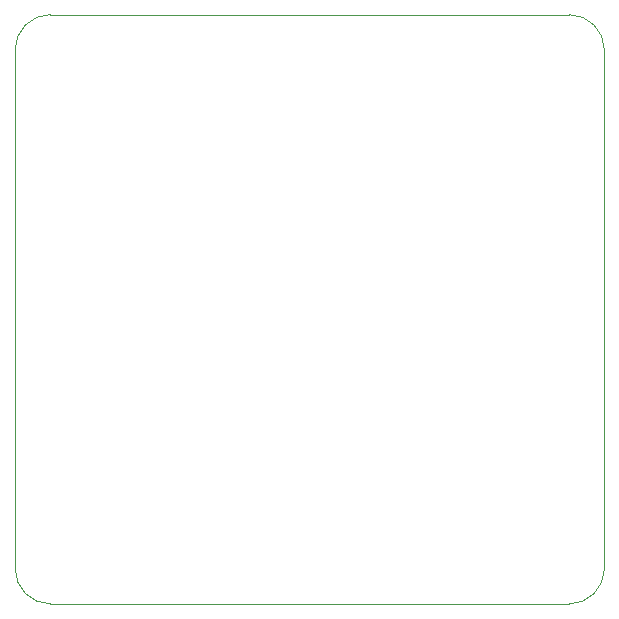
<source format=gm1>
G04 #@! TF.GenerationSoftware,KiCad,Pcbnew,8.0.0*
G04 #@! TF.CreationDate,2024-03-25T07:30:18-04:00*
G04 #@! TF.ProjectId,_Sub_HW_Qcopter,5f537562-5f48-4575-9f51-636f70746572,rev?*
G04 #@! TF.SameCoordinates,PX9157080PYf23bb80*
G04 #@! TF.FileFunction,Profile,NP*
%FSLAX46Y46*%
G04 Gerber Fmt 4.6, Leading zero omitted, Abs format (unit mm)*
G04 Created by KiCad (PCBNEW 8.0.0) date 2024-03-25 07:30:18*
%MOMM*%
%LPD*%
G01*
G04 APERTURE LIST*
G04 #@! TA.AperFunction,Profile*
%ADD10C,0.050000*%
G04 #@! TD*
G04 APERTURE END LIST*
D10*
X0Y46900000D02*
G75*
G02*
X3000000Y49900000I3000000J0D01*
G01*
X0Y46900000D02*
X0Y3000000D01*
X46900000Y49900000D02*
G75*
G02*
X49900000Y46900000I0J-3000000D01*
G01*
X3000000Y49900000D02*
X46900000Y49900000D01*
X49900000Y3000000D02*
G75*
G02*
X46900000Y0I-3000000J0D01*
G01*
X3000000Y0D02*
G75*
G02*
X0Y3000000I0J3000000D01*
G01*
X49900000Y46900000D02*
X49900000Y3000000D01*
X46900000Y0D02*
X3000000Y0D01*
M02*

</source>
